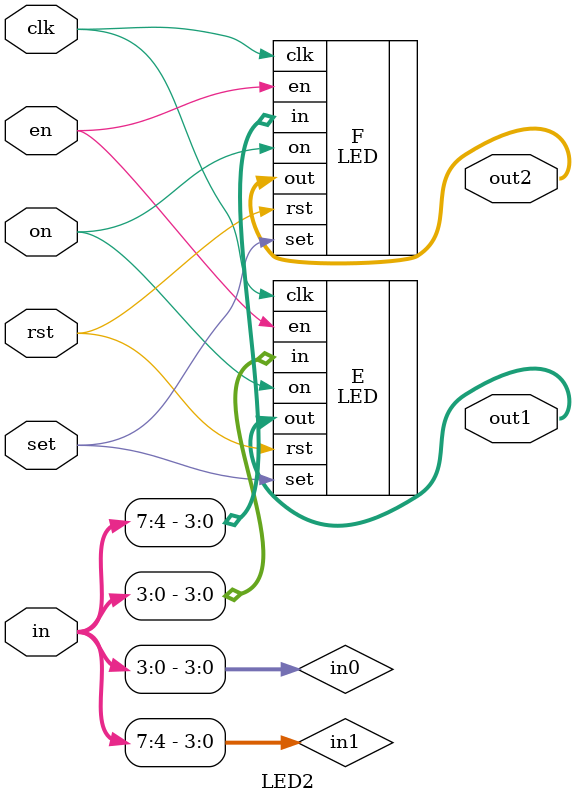
<source format=v>
module LED2(in,out1,out2,clk,set,rst,en,on);

input [7:0] in;
input clk,set,rst,en,on;
output [6:0] out1;
output [6:0] out2;
reg [3:0] in1,in0;
always @(*) begin 
in1 = in[7:4];
in0 = in[3:0];
end


LED E(
	.in(in0)
	,.out(out1[6:0])
	,.clk(clk)
	,.set(set)
	,.rst(rst)
	,.en(en)
	,.on(on)
	);
LED F(
	.in(in1)
	,.out(out2[6:0])
	,.clk(clk)
	,.set(set)
	,.rst(rst)
	,.en(en)
	,.on(on)
	);
	
endmodule
</source>
